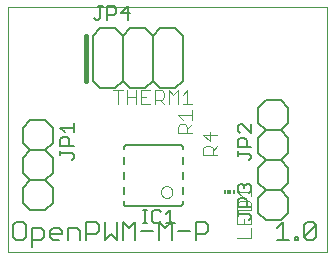
<source format=gto>
G75*
%MOIN*%
%OFA0B0*%
%FSLAX24Y24*%
%IPPOS*%
%LPD*%
%AMOC8*
5,1,8,0,0,1.08239X$1,22.5*
%
%ADD10C,0.0000*%
%ADD11C,0.0160*%
%ADD12C,0.0050*%
%ADD13C,0.0060*%
%ADD14C,0.0020*%
%ADD15C,0.0040*%
%ADD16R,0.0059X0.0118*%
%ADD17R,0.0118X0.0118*%
D10*
X000163Y000665D02*
X000163Y008814D01*
X010792Y008814D01*
X010792Y000665D01*
X000163Y000665D01*
D11*
X002761Y006373D02*
X002761Y007869D01*
D12*
X003093Y008396D02*
X003168Y008396D01*
X003243Y008471D01*
X003243Y008847D01*
X003168Y008847D02*
X003318Y008847D01*
X003479Y008847D02*
X003704Y008847D01*
X003779Y008772D01*
X003779Y008622D01*
X003704Y008547D01*
X003479Y008547D01*
X003479Y008396D02*
X003479Y008847D01*
X003093Y008396D02*
X003018Y008471D01*
X003939Y008622D02*
X004239Y008622D01*
X004164Y008847D02*
X003939Y008622D01*
X004164Y008396D02*
X004164Y008847D01*
X002358Y004953D02*
X002358Y004653D01*
X002358Y004803D02*
X001907Y004803D01*
X002057Y004653D01*
X001982Y004493D02*
X002132Y004493D01*
X002207Y004418D01*
X002207Y004193D01*
X002358Y004193D02*
X001907Y004193D01*
X001907Y004418D01*
X001982Y004493D01*
X001907Y004032D02*
X001907Y003882D01*
X001907Y003957D02*
X002282Y003957D01*
X002358Y003882D01*
X002358Y003807D01*
X002282Y003732D01*
X002776Y001655D02*
X003081Y001655D01*
X003183Y001553D01*
X003183Y001349D01*
X003081Y001248D01*
X002776Y001248D01*
X002776Y001044D02*
X002776Y001655D01*
X002473Y001451D02*
X002575Y001349D01*
X002575Y001044D01*
X002168Y001044D02*
X002168Y001451D01*
X002473Y001451D01*
X001967Y001349D02*
X001967Y001248D01*
X001560Y001248D01*
X001560Y001349D02*
X001560Y001146D01*
X001662Y001044D01*
X001866Y001044D01*
X001967Y001349D02*
X001866Y001451D01*
X001662Y001451D01*
X001560Y001349D01*
X001360Y001349D02*
X001360Y001146D01*
X001258Y001044D01*
X000953Y001044D01*
X000953Y000841D02*
X000953Y001451D01*
X001258Y001451D01*
X001360Y001349D01*
X000752Y001146D02*
X000752Y001553D01*
X000650Y001655D01*
X000447Y001655D01*
X000345Y001553D01*
X000345Y001146D01*
X000447Y001044D01*
X000650Y001044D01*
X000752Y001146D01*
X003384Y001044D02*
X003587Y001248D01*
X003791Y001044D01*
X003791Y001655D01*
X003991Y001655D02*
X004195Y001451D01*
X004398Y001655D01*
X004398Y001044D01*
X004599Y001349D02*
X005006Y001349D01*
X005038Y001616D02*
X005188Y001616D01*
X005263Y001691D01*
X005207Y001655D02*
X005410Y001451D01*
X005614Y001655D01*
X005614Y001044D01*
X005814Y001349D02*
X006221Y001349D01*
X006422Y001248D02*
X006727Y001248D01*
X006829Y001349D01*
X006829Y001553D01*
X006727Y001655D01*
X006422Y001655D01*
X006422Y001044D01*
X005724Y001616D02*
X005424Y001616D01*
X005574Y001616D02*
X005574Y002066D01*
X005424Y001916D01*
X005263Y001991D02*
X005188Y002066D01*
X005038Y002066D01*
X004963Y001991D01*
X004963Y001691D01*
X005038Y001616D01*
X005207Y001655D02*
X005207Y001044D01*
X004806Y001616D02*
X004656Y001616D01*
X004731Y001616D02*
X004731Y002066D01*
X004656Y002066D02*
X004806Y002066D01*
X003991Y001655D02*
X003991Y001044D01*
X003384Y001044D02*
X003384Y001655D01*
X007814Y001861D02*
X007814Y002011D01*
X007814Y001936D02*
X008189Y001936D01*
X008264Y001861D01*
X008264Y001786D01*
X008189Y001711D01*
X008264Y002171D02*
X007814Y002171D01*
X007814Y002396D01*
X007889Y002472D01*
X008039Y002472D01*
X008114Y002396D01*
X008114Y002171D01*
X008189Y002632D02*
X008264Y002707D01*
X008264Y002857D01*
X008189Y002932D01*
X008114Y002932D01*
X008039Y002857D01*
X008039Y002782D01*
X008039Y002857D02*
X007964Y002932D01*
X007889Y002932D01*
X007814Y002857D01*
X007814Y002707D01*
X007889Y002632D01*
X008189Y003711D02*
X008264Y003786D01*
X008264Y003861D01*
X008189Y003936D01*
X007814Y003936D01*
X007814Y003861D02*
X007814Y004011D01*
X007814Y004171D02*
X007814Y004396D01*
X007889Y004472D01*
X008039Y004472D01*
X008114Y004396D01*
X008114Y004171D01*
X008264Y004171D02*
X007814Y004171D01*
X007889Y004632D02*
X007814Y004707D01*
X007814Y004857D01*
X007889Y004932D01*
X007964Y004932D01*
X008264Y004632D01*
X008264Y004932D01*
X009328Y001655D02*
X009328Y001044D01*
X009125Y001044D02*
X009532Y001044D01*
X009732Y001044D02*
X009834Y001044D01*
X009834Y001146D01*
X009732Y001146D01*
X009732Y001044D01*
X010036Y001146D02*
X010443Y001553D01*
X010443Y001146D01*
X010341Y001044D01*
X010138Y001044D01*
X010036Y001146D01*
X010036Y001553D01*
X010138Y001655D01*
X010341Y001655D01*
X010443Y001553D01*
X009328Y001655D02*
X009125Y001451D01*
D13*
X009259Y001716D02*
X008759Y001716D01*
X008509Y001966D01*
X008509Y002466D01*
X008759Y002716D01*
X008509Y002966D01*
X008509Y003466D01*
X008759Y003716D01*
X008509Y003966D01*
X008509Y004466D01*
X008759Y004716D01*
X008509Y004966D01*
X008509Y005466D01*
X008759Y005716D01*
X009259Y005716D01*
X009509Y005466D01*
X009509Y004966D01*
X009259Y004716D01*
X009509Y004466D01*
X009509Y003966D01*
X009259Y003716D01*
X008759Y003716D01*
X009259Y003716D01*
X009509Y003466D01*
X009509Y002966D01*
X009259Y002716D01*
X009509Y002466D01*
X009509Y001966D01*
X009259Y001716D01*
X009259Y002716D02*
X008759Y002716D01*
X008759Y004716D02*
X009259Y004716D01*
X005993Y004133D02*
X005993Y004082D01*
X005993Y004141D02*
X005992Y004158D01*
X005987Y004175D01*
X005980Y004190D01*
X005970Y004204D01*
X005958Y004216D01*
X005944Y004226D01*
X005929Y004233D01*
X005912Y004238D01*
X005895Y004239D01*
X005895Y004240D02*
X004123Y004240D01*
X004123Y004239D02*
X004106Y004238D01*
X004089Y004233D01*
X004074Y004226D01*
X004060Y004216D01*
X004048Y004204D01*
X004038Y004190D01*
X004031Y004175D01*
X004026Y004158D01*
X004025Y004141D01*
X004025Y004145D02*
X004025Y004086D01*
X004025Y003842D02*
X004025Y003590D01*
X004025Y003342D02*
X004025Y003090D01*
X004025Y002842D02*
X004025Y002590D01*
X004025Y002346D02*
X004025Y002295D01*
X004025Y002291D02*
X004026Y002274D01*
X004031Y002257D01*
X004038Y002242D01*
X004048Y002228D01*
X004060Y002216D01*
X004074Y002206D01*
X004089Y002199D01*
X004106Y002194D01*
X004123Y002193D01*
X004123Y002192D02*
X005891Y002192D01*
X005895Y002193D02*
X005912Y002194D01*
X005929Y002199D01*
X005944Y002206D01*
X005958Y002216D01*
X005970Y002228D01*
X005980Y002242D01*
X005987Y002257D01*
X005992Y002274D01*
X005993Y002291D01*
X005993Y002295D02*
X005993Y002346D01*
X005993Y002590D02*
X005993Y002842D01*
X005993Y003086D02*
X005993Y003342D01*
X005993Y003586D02*
X005993Y003842D01*
X005743Y006121D02*
X005243Y006121D01*
X004993Y006371D01*
X004993Y007871D01*
X005243Y008121D01*
X005743Y008121D01*
X005993Y007871D01*
X005993Y006371D01*
X005743Y006121D01*
X004993Y006371D02*
X004743Y006121D01*
X004243Y006121D01*
X003993Y006371D01*
X003993Y007871D01*
X004243Y008121D01*
X004743Y008121D01*
X004993Y007871D01*
X003993Y007871D02*
X003743Y008121D01*
X003243Y008121D01*
X002993Y007871D01*
X002993Y006371D01*
X003243Y006121D01*
X003743Y006121D01*
X003993Y006371D01*
X001663Y004808D02*
X001413Y005058D01*
X000913Y005058D01*
X000663Y004808D01*
X000663Y004308D01*
X000913Y004058D01*
X000663Y003808D01*
X000663Y003308D01*
X000913Y003058D01*
X000663Y002808D01*
X000663Y002308D01*
X000913Y002058D01*
X001413Y002058D01*
X001663Y002308D01*
X001663Y002808D01*
X001413Y003058D01*
X000913Y003058D01*
X001413Y003058D02*
X001663Y003308D01*
X001663Y003808D01*
X001413Y004058D01*
X000913Y004058D01*
X001413Y004058D02*
X001663Y004308D01*
X001663Y004808D01*
D14*
X005251Y002657D02*
X005253Y002684D01*
X005259Y002711D01*
X005268Y002737D01*
X005281Y002761D01*
X005297Y002784D01*
X005316Y002803D01*
X005338Y002820D01*
X005362Y002834D01*
X005387Y002844D01*
X005414Y002851D01*
X005441Y002854D01*
X005469Y002853D01*
X005496Y002848D01*
X005522Y002840D01*
X005546Y002828D01*
X005569Y002812D01*
X005590Y002794D01*
X005607Y002773D01*
X005622Y002749D01*
X005633Y002724D01*
X005641Y002698D01*
X005645Y002671D01*
X005645Y002643D01*
X005641Y002616D01*
X005633Y002590D01*
X005622Y002565D01*
X005607Y002541D01*
X005590Y002520D01*
X005569Y002502D01*
X005547Y002486D01*
X005522Y002474D01*
X005496Y002466D01*
X005469Y002461D01*
X005441Y002460D01*
X005414Y002463D01*
X005387Y002470D01*
X005362Y002480D01*
X005338Y002494D01*
X005316Y002511D01*
X005297Y002530D01*
X005281Y002553D01*
X005268Y002577D01*
X005259Y002603D01*
X005253Y002630D01*
X005251Y002657D01*
D15*
X006679Y003886D02*
X006679Y004116D01*
X006755Y004193D01*
X006909Y004193D01*
X006986Y004116D01*
X006986Y003886D01*
X007139Y003886D02*
X006679Y003886D01*
X006986Y004039D02*
X007139Y004193D01*
X006909Y004346D02*
X006909Y004653D01*
X007139Y004576D02*
X006679Y004576D01*
X006909Y004346D01*
X006292Y004610D02*
X005831Y004610D01*
X005831Y004840D01*
X005908Y004917D01*
X006062Y004917D01*
X006138Y004840D01*
X006138Y004610D01*
X006138Y004763D02*
X006292Y004917D01*
X006292Y005070D02*
X006292Y005377D01*
X006292Y005224D02*
X005831Y005224D01*
X005985Y005070D01*
X005981Y005586D02*
X006288Y005586D01*
X006134Y005586D02*
X006134Y006046D01*
X005981Y005893D01*
X005827Y006046D02*
X005827Y005586D01*
X005521Y005586D02*
X005521Y006046D01*
X005674Y005893D01*
X005827Y006046D01*
X005367Y005970D02*
X005367Y005816D01*
X005290Y005739D01*
X005060Y005739D01*
X005060Y005586D02*
X005060Y006046D01*
X005290Y006046D01*
X005367Y005970D01*
X005214Y005739D02*
X005367Y005586D01*
X004907Y005586D02*
X004600Y005586D01*
X004600Y006046D01*
X004907Y006046D01*
X004753Y005816D02*
X004600Y005816D01*
X004446Y005816D02*
X004139Y005816D01*
X004139Y005586D02*
X004139Y006046D01*
X003986Y006046D02*
X003679Y006046D01*
X003832Y006046D02*
X003832Y005586D01*
X004446Y005586D02*
X004446Y006046D01*
X008270Y002825D02*
X008270Y002518D01*
X008270Y002671D02*
X007810Y002671D01*
X007964Y002518D01*
X007887Y002364D02*
X007810Y002287D01*
X007810Y002057D01*
X008270Y002057D01*
X008270Y002287D01*
X008194Y002364D01*
X007887Y002364D01*
X007810Y001904D02*
X007810Y001597D01*
X008270Y001597D01*
X008270Y001904D01*
X008040Y001750D02*
X008040Y001597D01*
X008270Y001443D02*
X008270Y001136D01*
X007810Y001136D01*
D16*
X007688Y002649D03*
X007393Y002649D03*
D17*
X007540Y002649D03*
M02*

</source>
